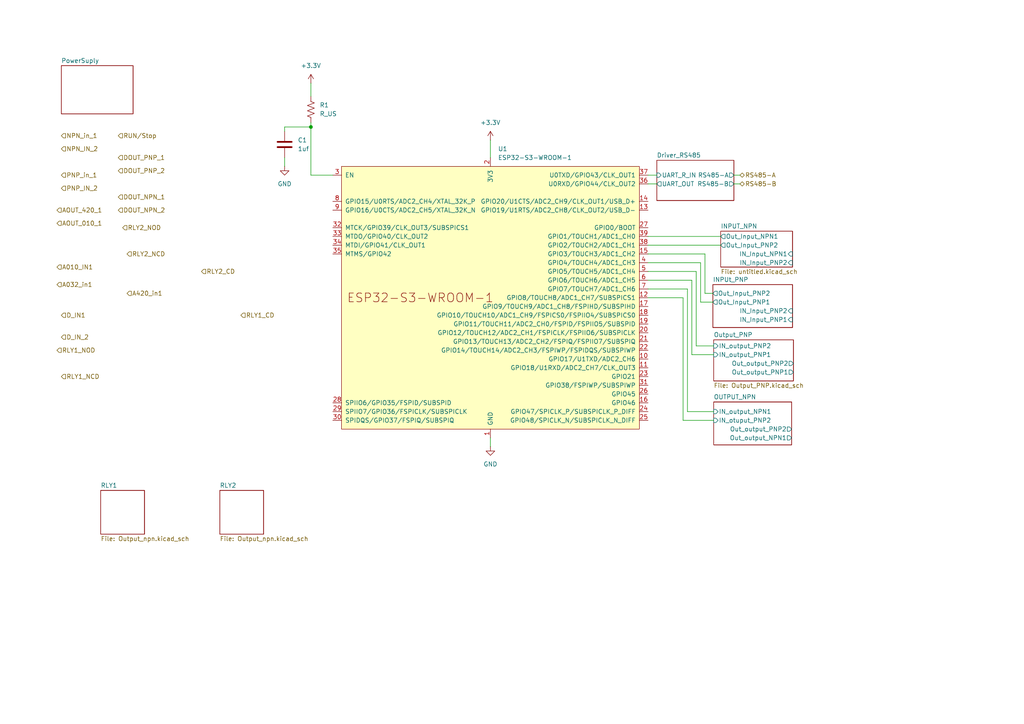
<source format=kicad_sch>
(kicad_sch
	(version 20231120)
	(generator "eeschema")
	(generator_version "8.0")
	(uuid "f979e933-804d-40be-b10f-ee25f17cf887")
	(paper "A4")
	(lib_symbols
		(symbol "Device:C"
			(pin_numbers hide)
			(pin_names
				(offset 0.254)
			)
			(exclude_from_sim no)
			(in_bom yes)
			(on_board yes)
			(property "Reference" "C"
				(at 0.635 2.54 0)
				(effects
					(font
						(size 1.27 1.27)
					)
					(justify left)
				)
			)
			(property "Value" "C"
				(at 0.635 -2.54 0)
				(effects
					(font
						(size 1.27 1.27)
					)
					(justify left)
				)
			)
			(property "Footprint" ""
				(at 0.9652 -3.81 0)
				(effects
					(font
						(size 1.27 1.27)
					)
					(hide yes)
				)
			)
			(property "Datasheet" "~"
				(at 0 0 0)
				(effects
					(font
						(size 1.27 1.27)
					)
					(hide yes)
				)
			)
			(property "Description" "Unpolarized capacitor"
				(at 0 0 0)
				(effects
					(font
						(size 1.27 1.27)
					)
					(hide yes)
				)
			)
			(property "ki_keywords" "cap capacitor"
				(at 0 0 0)
				(effects
					(font
						(size 1.27 1.27)
					)
					(hide yes)
				)
			)
			(property "ki_fp_filters" "C_*"
				(at 0 0 0)
				(effects
					(font
						(size 1.27 1.27)
					)
					(hide yes)
				)
			)
			(symbol "C_0_1"
				(polyline
					(pts
						(xy -2.032 -0.762) (xy 2.032 -0.762)
					)
					(stroke
						(width 0.508)
						(type default)
					)
					(fill
						(type none)
					)
				)
				(polyline
					(pts
						(xy -2.032 0.762) (xy 2.032 0.762)
					)
					(stroke
						(width 0.508)
						(type default)
					)
					(fill
						(type none)
					)
				)
			)
			(symbol "C_1_1"
				(pin passive line
					(at 0 3.81 270)
					(length 2.794)
					(name "~"
						(effects
							(font
								(size 1.27 1.27)
							)
						)
					)
					(number "1"
						(effects
							(font
								(size 1.27 1.27)
							)
						)
					)
				)
				(pin passive line
					(at 0 -3.81 90)
					(length 2.794)
					(name "~"
						(effects
							(font
								(size 1.27 1.27)
							)
						)
					)
					(number "2"
						(effects
							(font
								(size 1.27 1.27)
							)
						)
					)
				)
			)
		)
		(symbol "Device:R_US"
			(pin_numbers hide)
			(pin_names
				(offset 0)
			)
			(exclude_from_sim no)
			(in_bom yes)
			(on_board yes)
			(property "Reference" "R"
				(at 2.54 0 90)
				(effects
					(font
						(size 1.27 1.27)
					)
				)
			)
			(property "Value" "R_US"
				(at -2.54 0 90)
				(effects
					(font
						(size 1.27 1.27)
					)
				)
			)
			(property "Footprint" ""
				(at 1.016 -0.254 90)
				(effects
					(font
						(size 1.27 1.27)
					)
					(hide yes)
				)
			)
			(property "Datasheet" "~"
				(at 0 0 0)
				(effects
					(font
						(size 1.27 1.27)
					)
					(hide yes)
				)
			)
			(property "Description" "Resistor, US symbol"
				(at 0 0 0)
				(effects
					(font
						(size 1.27 1.27)
					)
					(hide yes)
				)
			)
			(property "ki_keywords" "R res resistor"
				(at 0 0 0)
				(effects
					(font
						(size 1.27 1.27)
					)
					(hide yes)
				)
			)
			(property "ki_fp_filters" "R_*"
				(at 0 0 0)
				(effects
					(font
						(size 1.27 1.27)
					)
					(hide yes)
				)
			)
			(symbol "R_US_0_1"
				(polyline
					(pts
						(xy 0 -2.286) (xy 0 -2.54)
					)
					(stroke
						(width 0)
						(type default)
					)
					(fill
						(type none)
					)
				)
				(polyline
					(pts
						(xy 0 2.286) (xy 0 2.54)
					)
					(stroke
						(width 0)
						(type default)
					)
					(fill
						(type none)
					)
				)
				(polyline
					(pts
						(xy 0 -0.762) (xy 1.016 -1.143) (xy 0 -1.524) (xy -1.016 -1.905) (xy 0 -2.286)
					)
					(stroke
						(width 0)
						(type default)
					)
					(fill
						(type none)
					)
				)
				(polyline
					(pts
						(xy 0 0.762) (xy 1.016 0.381) (xy 0 0) (xy -1.016 -0.381) (xy 0 -0.762)
					)
					(stroke
						(width 0)
						(type default)
					)
					(fill
						(type none)
					)
				)
				(polyline
					(pts
						(xy 0 2.286) (xy 1.016 1.905) (xy 0 1.524) (xy -1.016 1.143) (xy 0 0.762)
					)
					(stroke
						(width 0)
						(type default)
					)
					(fill
						(type none)
					)
				)
			)
			(symbol "R_US_1_1"
				(pin passive line
					(at 0 3.81 270)
					(length 1.27)
					(name "~"
						(effects
							(font
								(size 1.27 1.27)
							)
						)
					)
					(number "1"
						(effects
							(font
								(size 1.27 1.27)
							)
						)
					)
				)
				(pin passive line
					(at 0 -3.81 90)
					(length 1.27)
					(name "~"
						(effects
							(font
								(size 1.27 1.27)
							)
						)
					)
					(number "2"
						(effects
							(font
								(size 1.27 1.27)
							)
						)
					)
				)
			)
		)
		(symbol "PCM_Espressif:ESP32-S3-WROOM-1"
			(pin_names
				(offset 1.016)
			)
			(exclude_from_sim no)
			(in_bom yes)
			(on_board yes)
			(property "Reference" "U"
				(at -43.18 43.18 0)
				(effects
					(font
						(size 1.27 1.27)
					)
					(justify left)
				)
			)
			(property "Value" "ESP32-S3-WROOM-1"
				(at -43.18 40.64 0)
				(effects
					(font
						(size 1.27 1.27)
					)
					(justify left)
				)
			)
			(property "Footprint" "PCM_Espressif:ESP32-S3-WROOM-1"
				(at 2.54 -48.26 0)
				(effects
					(font
						(size 1.27 1.27)
					)
					(hide yes)
				)
			)
			(property "Datasheet" "https://www.espressif.com/sites/default/files/documentation/esp32-s3-wroom-1_wroom-1u_datasheet_en.pdf"
				(at 2.54 -50.8 0)
				(effects
					(font
						(size 1.27 1.27)
					)
					(hide yes)
				)
			)
			(property "Description" "2.4 GHz WiFi (802.11 b/g/n) and Bluetooth ® 5 (LE) module Built around ESP32S3 series of SoCs, Xtensa ® dualcore 32bit LX7 microprocessor Flash up to 16 MB, PSRAM up to 8 MB 36 GPIOs, rich set of peripherals Onboard PCB antenna"
				(at 0 0 0)
				(effects
					(font
						(size 1.27 1.27)
					)
					(hide yes)
				)
			)
			(symbol "ESP32-S3-WROOM-1_0_0"
				(text "ESP32-S3-WROOM-1"
					(at -20.32 0 0)
					(effects
						(font
							(size 2.54 2.54)
						)
					)
				)
				(pin power_in line
					(at 0 -40.64 90)
					(length 2.54)
					(name "GND"
						(effects
							(font
								(size 1.27 1.27)
							)
						)
					)
					(number "1"
						(effects
							(font
								(size 1.27 1.27)
							)
						)
					)
				)
				(pin bidirectional line
					(at 45.72 -17.78 180)
					(length 2.54)
					(name "GPIO17/U1TXD/ADC2_CH6"
						(effects
							(font
								(size 1.27 1.27)
							)
						)
					)
					(number "10"
						(effects
							(font
								(size 1.27 1.27)
							)
						)
					)
				)
				(pin bidirectional line
					(at 45.72 -20.32 180)
					(length 2.54)
					(name "GPIO18/U1RXD/ADC2_CH7/CLK_OUT3"
						(effects
							(font
								(size 1.27 1.27)
							)
						)
					)
					(number "11"
						(effects
							(font
								(size 1.27 1.27)
							)
						)
					)
				)
				(pin bidirectional line
					(at 45.72 0 180)
					(length 2.54)
					(name "GPIO8/TOUCH8/ADC1_CH7/SUBSPICS1"
						(effects
							(font
								(size 1.27 1.27)
							)
						)
					)
					(number "12"
						(effects
							(font
								(size 1.27 1.27)
							)
						)
					)
				)
				(pin bidirectional line
					(at 45.72 25.4 180)
					(length 2.54)
					(name "GPIO19/U1RTS/ADC2_CH8/CLK_OUT2/USB_D-"
						(effects
							(font
								(size 1.27 1.27)
							)
						)
					)
					(number "13"
						(effects
							(font
								(size 1.27 1.27)
							)
						)
					)
				)
				(pin bidirectional line
					(at 45.72 27.94 180)
					(length 2.54)
					(name "GPIO20/U1CTS/ADC2_CH9/CLK_OUT1/USB_D+"
						(effects
							(font
								(size 1.27 1.27)
							)
						)
					)
					(number "14"
						(effects
							(font
								(size 1.27 1.27)
							)
						)
					)
				)
				(pin bidirectional line
					(at 45.72 12.7 180)
					(length 2.54)
					(name "GPIO3/TOUCH3/ADC1_CH2"
						(effects
							(font
								(size 1.27 1.27)
							)
						)
					)
					(number "15"
						(effects
							(font
								(size 1.27 1.27)
							)
						)
					)
				)
				(pin bidirectional line
					(at 45.72 -30.48 180)
					(length 2.54)
					(name "GPIO46"
						(effects
							(font
								(size 1.27 1.27)
							)
						)
					)
					(number "16"
						(effects
							(font
								(size 1.27 1.27)
							)
						)
					)
				)
				(pin bidirectional line
					(at 45.72 -2.54 180)
					(length 2.54)
					(name "GPIO9/TOUCH9/ADC1_CH8/FSPIHD/SUBSPIHD"
						(effects
							(font
								(size 1.27 1.27)
							)
						)
					)
					(number "17"
						(effects
							(font
								(size 1.27 1.27)
							)
						)
					)
				)
				(pin bidirectional line
					(at 45.72 -5.08 180)
					(length 2.54)
					(name "GPIO10/TOUCH10/ADC1_CH9/FSPICS0/FSPIIO4/SUBSPICS0"
						(effects
							(font
								(size 1.27 1.27)
							)
						)
					)
					(number "18"
						(effects
							(font
								(size 1.27 1.27)
							)
						)
					)
				)
				(pin bidirectional line
					(at 45.72 -7.62 180)
					(length 2.54)
					(name "GPIO11/TOUCH11/ADC2_CH0/FSPID/FSPIIO5/SUBSPID"
						(effects
							(font
								(size 1.27 1.27)
							)
						)
					)
					(number "19"
						(effects
							(font
								(size 1.27 1.27)
							)
						)
					)
				)
				(pin power_in line
					(at 0 40.64 270)
					(length 2.54)
					(name "3V3"
						(effects
							(font
								(size 1.27 1.27)
							)
						)
					)
					(number "2"
						(effects
							(font
								(size 1.27 1.27)
							)
						)
					)
				)
				(pin bidirectional line
					(at 45.72 -10.16 180)
					(length 2.54)
					(name "GPIO12/TOUCH12/ADC2_CH1/FSPICLK/FSPIIO6/SUBSPICLK"
						(effects
							(font
								(size 1.27 1.27)
							)
						)
					)
					(number "20"
						(effects
							(font
								(size 1.27 1.27)
							)
						)
					)
				)
				(pin bidirectional line
					(at 45.72 -12.7 180)
					(length 2.54)
					(name "GPIO13/TOUCH13/ADC2_CH2/FSPIQ/FSPIIO7/SUBSPIQ"
						(effects
							(font
								(size 1.27 1.27)
							)
						)
					)
					(number "21"
						(effects
							(font
								(size 1.27 1.27)
							)
						)
					)
				)
				(pin bidirectional line
					(at 45.72 -15.24 180)
					(length 2.54)
					(name "GPIO14/TOUCH14/ADC2_CH3/FSPIWP/FSPIDQS/SUBSPIWP"
						(effects
							(font
								(size 1.27 1.27)
							)
						)
					)
					(number "22"
						(effects
							(font
								(size 1.27 1.27)
							)
						)
					)
				)
				(pin bidirectional line
					(at 45.72 -22.86 180)
					(length 2.54)
					(name "GPIO21"
						(effects
							(font
								(size 1.27 1.27)
							)
						)
					)
					(number "23"
						(effects
							(font
								(size 1.27 1.27)
							)
						)
					)
				)
				(pin bidirectional line
					(at 45.72 -33.02 180)
					(length 2.54)
					(name "GPIO47/SPICLK_P/SUBSPICLK_P_DIFF"
						(effects
							(font
								(size 1.27 1.27)
							)
						)
					)
					(number "24"
						(effects
							(font
								(size 1.27 1.27)
							)
						)
					)
				)
				(pin bidirectional line
					(at 45.72 -35.56 180)
					(length 2.54)
					(name "GPIO48/SPICLK_N/SUBSPICLK_N_DIFF"
						(effects
							(font
								(size 1.27 1.27)
							)
						)
					)
					(number "25"
						(effects
							(font
								(size 1.27 1.27)
							)
						)
					)
				)
				(pin bidirectional line
					(at 45.72 -27.94 180)
					(length 2.54)
					(name "GPIO45"
						(effects
							(font
								(size 1.27 1.27)
							)
						)
					)
					(number "26"
						(effects
							(font
								(size 1.27 1.27)
							)
						)
					)
				)
				(pin bidirectional line
					(at 45.72 20.32 180)
					(length 2.54)
					(name "GPIO0/BOOT"
						(effects
							(font
								(size 1.27 1.27)
							)
						)
					)
					(number "27"
						(effects
							(font
								(size 1.27 1.27)
							)
						)
					)
				)
				(pin bidirectional line
					(at -45.72 -30.48 0)
					(length 2.54)
					(name "SPIIO6/GPIO35/FSPID/SUBSPID"
						(effects
							(font
								(size 1.27 1.27)
							)
						)
					)
					(number "28"
						(effects
							(font
								(size 1.27 1.27)
							)
						)
					)
				)
				(pin bidirectional line
					(at -45.72 -33.02 0)
					(length 2.54)
					(name "SPIIO7/GPIO36/FSPICLK/SUBSPICLK"
						(effects
							(font
								(size 1.27 1.27)
							)
						)
					)
					(number "29"
						(effects
							(font
								(size 1.27 1.27)
							)
						)
					)
				)
				(pin input line
					(at -45.72 35.56 0)
					(length 2.54)
					(name "EN"
						(effects
							(font
								(size 1.27 1.27)
							)
						)
					)
					(number "3"
						(effects
							(font
								(size 1.27 1.27)
							)
						)
					)
				)
				(pin bidirectional line
					(at -45.72 -35.56 0)
					(length 2.54)
					(name "SPIDQS/GPIO37/FSPIQ/SUBSPIQ"
						(effects
							(font
								(size 1.27 1.27)
							)
						)
					)
					(number "30"
						(effects
							(font
								(size 1.27 1.27)
							)
						)
					)
				)
				(pin bidirectional line
					(at 45.72 -25.4 180)
					(length 2.54)
					(name "GPIO38/FSPIWP/SUBSPIWP"
						(effects
							(font
								(size 1.27 1.27)
							)
						)
					)
					(number "31"
						(effects
							(font
								(size 1.27 1.27)
							)
						)
					)
				)
				(pin bidirectional line
					(at -45.72 20.32 0)
					(length 2.54)
					(name "MTCK/GPIO39/CLK_OUT3/SUBSPICS1"
						(effects
							(font
								(size 1.27 1.27)
							)
						)
					)
					(number "32"
						(effects
							(font
								(size 1.27 1.27)
							)
						)
					)
				)
				(pin bidirectional line
					(at -45.72 17.78 0)
					(length 2.54)
					(name "MTDO/GPIO40/CLK_OUT2"
						(effects
							(font
								(size 1.27 1.27)
							)
						)
					)
					(number "33"
						(effects
							(font
								(size 1.27 1.27)
							)
						)
					)
				)
				(pin bidirectional line
					(at -45.72 15.24 0)
					(length 2.54)
					(name "MTDI/GPIO41/CLK_OUT1"
						(effects
							(font
								(size 1.27 1.27)
							)
						)
					)
					(number "34"
						(effects
							(font
								(size 1.27 1.27)
							)
						)
					)
				)
				(pin bidirectional line
					(at -45.72 12.7 0)
					(length 2.54)
					(name "MTMS/GPIO42"
						(effects
							(font
								(size 1.27 1.27)
							)
						)
					)
					(number "35"
						(effects
							(font
								(size 1.27 1.27)
							)
						)
					)
				)
				(pin bidirectional line
					(at 45.72 33.02 180)
					(length 2.54)
					(name "U0RXD/GPIO44/CLK_OUT2"
						(effects
							(font
								(size 1.27 1.27)
							)
						)
					)
					(number "36"
						(effects
							(font
								(size 1.27 1.27)
							)
						)
					)
				)
				(pin bidirectional line
					(at 45.72 35.56 180)
					(length 2.54)
					(name "U0TXD/GPIO43/CLK_OUT1"
						(effects
							(font
								(size 1.27 1.27)
							)
						)
					)
					(number "37"
						(effects
							(font
								(size 1.27 1.27)
							)
						)
					)
				)
				(pin bidirectional line
					(at 45.72 15.24 180)
					(length 2.54)
					(name "GPIO2/TOUCH2/ADC1_CH1"
						(effects
							(font
								(size 1.27 1.27)
							)
						)
					)
					(number "38"
						(effects
							(font
								(size 1.27 1.27)
							)
						)
					)
				)
				(pin bidirectional line
					(at 45.72 17.78 180)
					(length 2.54)
					(name "GPIO1/TOUCH1/ADC1_CH0"
						(effects
							(font
								(size 1.27 1.27)
							)
						)
					)
					(number "39"
						(effects
							(font
								(size 1.27 1.27)
							)
						)
					)
				)
				(pin bidirectional line
					(at 45.72 10.16 180)
					(length 2.54)
					(name "GPIO4/TOUCH4/ADC1_CH3"
						(effects
							(font
								(size 1.27 1.27)
							)
						)
					)
					(number "4"
						(effects
							(font
								(size 1.27 1.27)
							)
						)
					)
				)
				(pin passive line
					(at 0 -40.64 90)
					(length 2.54) hide
					(name "GND"
						(effects
							(font
								(size 1.27 1.27)
							)
						)
					)
					(number "40"
						(effects
							(font
								(size 1.27 1.27)
							)
						)
					)
				)
				(pin passive line
					(at 0 -40.64 90)
					(length 2.54) hide
					(name "GND"
						(effects
							(font
								(size 1.27 1.27)
							)
						)
					)
					(number "41"
						(effects
							(font
								(size 1.27 1.27)
							)
						)
					)
				)
				(pin bidirectional line
					(at 45.72 7.62 180)
					(length 2.54)
					(name "GPIO5/TOUCH5/ADC1_CH4"
						(effects
							(font
								(size 1.27 1.27)
							)
						)
					)
					(number "5"
						(effects
							(font
								(size 1.27 1.27)
							)
						)
					)
				)
				(pin bidirectional line
					(at 45.72 5.08 180)
					(length 2.54)
					(name "GPIO6/TOUCH6/ADC1_CH5"
						(effects
							(font
								(size 1.27 1.27)
							)
						)
					)
					(number "6"
						(effects
							(font
								(size 1.27 1.27)
							)
						)
					)
				)
				(pin bidirectional line
					(at 45.72 2.54 180)
					(length 2.54)
					(name "GPIO7/TOUCH7/ADC1_CH6"
						(effects
							(font
								(size 1.27 1.27)
							)
						)
					)
					(number "7"
						(effects
							(font
								(size 1.27 1.27)
							)
						)
					)
				)
				(pin bidirectional line
					(at -45.72 27.94 0)
					(length 2.54)
					(name "GPIO15/U0RTS/ADC2_CH4/XTAL_32K_P"
						(effects
							(font
								(size 1.27 1.27)
							)
						)
					)
					(number "8"
						(effects
							(font
								(size 1.27 1.27)
							)
						)
					)
				)
				(pin bidirectional line
					(at -45.72 25.4 0)
					(length 2.54)
					(name "GPIO16/U0CTS/ADC2_CH5/XTAL_32K_N"
						(effects
							(font
								(size 1.27 1.27)
							)
						)
					)
					(number "9"
						(effects
							(font
								(size 1.27 1.27)
							)
						)
					)
				)
			)
			(symbol "ESP32-S3-WROOM-1_0_1"
				(rectangle
					(start -43.18 38.1)
					(end 43.18 -38.1)
					(stroke
						(width 0)
						(type default)
					)
					(fill
						(type background)
					)
				)
			)
		)
		(symbol "power:+3.3V"
			(power)
			(pin_numbers hide)
			(pin_names
				(offset 0) hide)
			(exclude_from_sim no)
			(in_bom yes)
			(on_board yes)
			(property "Reference" "#PWR"
				(at 0 -3.81 0)
				(effects
					(font
						(size 1.27 1.27)
					)
					(hide yes)
				)
			)
			(property "Value" "+3.3V"
				(at 0 3.556 0)
				(effects
					(font
						(size 1.27 1.27)
					)
				)
			)
			(property "Footprint" ""
				(at 0 0 0)
				(effects
					(font
						(size 1.27 1.27)
					)
					(hide yes)
				)
			)
			(property "Datasheet" ""
				(at 0 0 0)
				(effects
					(font
						(size 1.27 1.27)
					)
					(hide yes)
				)
			)
			(property "Description" "Power symbol creates a global label with name \"+3.3V\""
				(at 0 0 0)
				(effects
					(font
						(size 1.27 1.27)
					)
					(hide yes)
				)
			)
			(property "ki_keywords" "global power"
				(at 0 0 0)
				(effects
					(font
						(size 1.27 1.27)
					)
					(hide yes)
				)
			)
			(symbol "+3.3V_0_1"
				(polyline
					(pts
						(xy -0.762 1.27) (xy 0 2.54)
					)
					(stroke
						(width 0)
						(type default)
					)
					(fill
						(type none)
					)
				)
				(polyline
					(pts
						(xy 0 0) (xy 0 2.54)
					)
					(stroke
						(width 0)
						(type default)
					)
					(fill
						(type none)
					)
				)
				(polyline
					(pts
						(xy 0 2.54) (xy 0.762 1.27)
					)
					(stroke
						(width 0)
						(type default)
					)
					(fill
						(type none)
					)
				)
			)
			(symbol "+3.3V_1_1"
				(pin power_in line
					(at 0 0 90)
					(length 0)
					(name "~"
						(effects
							(font
								(size 1.27 1.27)
							)
						)
					)
					(number "1"
						(effects
							(font
								(size 1.27 1.27)
							)
						)
					)
				)
			)
		)
		(symbol "power:GND"
			(power)
			(pin_numbers hide)
			(pin_names
				(offset 0) hide)
			(exclude_from_sim no)
			(in_bom yes)
			(on_board yes)
			(property "Reference" "#PWR"
				(at 0 -6.35 0)
				(effects
					(font
						(size 1.27 1.27)
					)
					(hide yes)
				)
			)
			(property "Value" "GND"
				(at 0 -3.81 0)
				(effects
					(font
						(size 1.27 1.27)
					)
				)
			)
			(property "Footprint" ""
				(at 0 0 0)
				(effects
					(font
						(size 1.27 1.27)
					)
					(hide yes)
				)
			)
			(property "Datasheet" ""
				(at 0 0 0)
				(effects
					(font
						(size 1.27 1.27)
					)
					(hide yes)
				)
			)
			(property "Description" "Power symbol creates a global label with name \"GND\" , ground"
				(at 0 0 0)
				(effects
					(font
						(size 1.27 1.27)
					)
					(hide yes)
				)
			)
			(property "ki_keywords" "global power"
				(at 0 0 0)
				(effects
					(font
						(size 1.27 1.27)
					)
					(hide yes)
				)
			)
			(symbol "GND_0_1"
				(polyline
					(pts
						(xy 0 0) (xy 0 -1.27) (xy 1.27 -1.27) (xy 0 -2.54) (xy -1.27 -1.27) (xy 0 -1.27)
					)
					(stroke
						(width 0)
						(type default)
					)
					(fill
						(type none)
					)
				)
			)
			(symbol "GND_1_1"
				(pin power_in line
					(at 0 0 270)
					(length 0)
					(name "~"
						(effects
							(font
								(size 1.27 1.27)
							)
						)
					)
					(number "1"
						(effects
							(font
								(size 1.27 1.27)
							)
						)
					)
				)
			)
		)
	)
	(junction
		(at 90.17 36.83)
		(diameter 0)
		(color 0 0 0 0)
		(uuid "92f514a4-2700-44dd-ba32-fb15d5410bf5")
	)
	(wire
		(pts
			(xy 207.01 121.92) (xy 198.12 121.92)
		)
		(stroke
			(width 0)
			(type default)
		)
		(uuid "0752ceef-2536-4452-b0a8-44496a90c2a8")
	)
	(wire
		(pts
			(xy 204.47 85.09) (xy 206.756 85.09)
		)
		(stroke
			(width 0)
			(type default)
		)
		(uuid "0f511ff7-efec-4321-942b-a6274760744a")
	)
	(wire
		(pts
			(xy 187.96 83.82) (xy 199.39 83.82)
		)
		(stroke
			(width 0)
			(type default)
		)
		(uuid "1922a629-7c2e-4083-8727-07524c06a8f1")
	)
	(wire
		(pts
			(xy 200.66 102.87) (xy 200.66 81.28)
		)
		(stroke
			(width 0)
			(type default)
		)
		(uuid "2781d7a4-b22d-44b0-9562-21274095d02f")
	)
	(wire
		(pts
			(xy 90.17 36.83) (xy 82.55 36.83)
		)
		(stroke
			(width 0)
			(type default)
		)
		(uuid "318da6d4-a220-4367-8d3a-e21822e3f5ae")
	)
	(wire
		(pts
			(xy 201.93 78.74) (xy 187.96 78.74)
		)
		(stroke
			(width 0)
			(type default)
		)
		(uuid "3341c7d3-63f8-4f46-a55d-d0537126f584")
	)
	(wire
		(pts
			(xy 187.96 71.12) (xy 209.042 71.12)
		)
		(stroke
			(width 0)
			(type default)
		)
		(uuid "335bc77d-8ad8-4ab9-8a7c-7eed65b16efa")
	)
	(wire
		(pts
			(xy 204.47 73.66) (xy 204.47 85.09)
		)
		(stroke
			(width 0)
			(type default)
		)
		(uuid "33cdc55c-d52b-417d-a8db-cc61f2a06d28")
	)
	(wire
		(pts
			(xy 203.2 76.2) (xy 203.2 87.63)
		)
		(stroke
			(width 0)
			(type default)
		)
		(uuid "38d7d26b-c0b1-4b0f-a0bd-c84f6125859e")
	)
	(wire
		(pts
			(xy 198.12 121.92) (xy 198.12 86.36)
		)
		(stroke
			(width 0)
			(type default)
		)
		(uuid "4826f211-1417-491e-896e-e913a8f06f7b")
	)
	(wire
		(pts
			(xy 203.2 87.63) (xy 206.756 87.63)
		)
		(stroke
			(width 0)
			(type default)
		)
		(uuid "4ad9c040-2dc8-482b-80c7-dee60ba7b9c4")
	)
	(wire
		(pts
			(xy 142.24 127) (xy 142.24 129.54)
		)
		(stroke
			(width 0)
			(type default)
		)
		(uuid "4eb08ed6-8c24-4c4d-baed-773f9ff4d738")
	)
	(wire
		(pts
			(xy 207.01 102.87) (xy 200.66 102.87)
		)
		(stroke
			(width 0)
			(type default)
		)
		(uuid "567b0e39-f591-4d54-b845-764ee36a7456")
	)
	(wire
		(pts
			(xy 82.55 36.83) (xy 82.55 38.1)
		)
		(stroke
			(width 0)
			(type default)
		)
		(uuid "64eeb8f7-c862-49d1-8b1c-6969e5f82efd")
	)
	(wire
		(pts
			(xy 212.852 50.8) (xy 214.63 50.8)
		)
		(stroke
			(width 0)
			(type default)
		)
		(uuid "65ab1abd-72a3-4082-a7a1-27eb1c94ba87")
	)
	(wire
		(pts
			(xy 96.52 50.8) (xy 90.17 50.8)
		)
		(stroke
			(width 0)
			(type default)
		)
		(uuid "77e6897a-2f03-4283-bc66-2dbfa07cfd2d")
	)
	(wire
		(pts
			(xy 198.12 86.36) (xy 187.96 86.36)
		)
		(stroke
			(width 0)
			(type default)
		)
		(uuid "7a47d2a6-f1b1-4986-a66f-7868b17398aa")
	)
	(wire
		(pts
			(xy 90.17 35.56) (xy 90.17 36.83)
		)
		(stroke
			(width 0)
			(type default)
		)
		(uuid "7d319066-2b07-43b0-a884-349d6c60acd3")
	)
	(wire
		(pts
			(xy 212.852 53.34) (xy 214.63 53.34)
		)
		(stroke
			(width 0)
			(type default)
		)
		(uuid "86886382-c4d0-464e-8441-48e0e1a228bc")
	)
	(wire
		(pts
			(xy 201.93 100.33) (xy 201.93 78.74)
		)
		(stroke
			(width 0)
			(type default)
		)
		(uuid "8e1b3e5f-2ee3-4117-96a7-061a58aa7bcd")
	)
	(wire
		(pts
			(xy 187.96 50.8) (xy 190.5 50.8)
		)
		(stroke
			(width 0)
			(type default)
		)
		(uuid "90aa7146-03f4-4abc-8dfa-ae4f7c858fb4")
	)
	(wire
		(pts
			(xy 82.55 45.72) (xy 82.55 48.26)
		)
		(stroke
			(width 0)
			(type default)
		)
		(uuid "90cb5f8e-67f3-4109-99d6-3b2069636bec")
	)
	(wire
		(pts
			(xy 90.17 24.13) (xy 90.17 27.94)
		)
		(stroke
			(width 0)
			(type default)
		)
		(uuid "90fbefb4-f8bc-4089-91cd-01fa0ad525ea")
	)
	(wire
		(pts
			(xy 90.17 36.83) (xy 90.17 50.8)
		)
		(stroke
			(width 0)
			(type default)
		)
		(uuid "92932897-a7a2-44ca-8506-f039003d3479")
	)
	(wire
		(pts
			(xy 200.66 81.28) (xy 187.96 81.28)
		)
		(stroke
			(width 0)
			(type default)
		)
		(uuid "a1102e61-5e35-49dc-af1d-7edaf627cacd")
	)
	(wire
		(pts
			(xy 187.96 73.66) (xy 204.47 73.66)
		)
		(stroke
			(width 0)
			(type default)
		)
		(uuid "a8fe78b6-d8dd-46e2-8d4d-f573b6ec5814")
	)
	(wire
		(pts
			(xy 187.96 68.58) (xy 209.042 68.58)
		)
		(stroke
			(width 0)
			(type default)
		)
		(uuid "aa3edca7-c2b5-42b6-b085-e09b29b37e14")
	)
	(wire
		(pts
			(xy 207.01 100.33) (xy 201.93 100.33)
		)
		(stroke
			(width 0)
			(type default)
		)
		(uuid "aa615fab-590b-4cec-ba06-88e68bb8a5f0")
	)
	(wire
		(pts
			(xy 187.96 53.34) (xy 190.5 53.34)
		)
		(stroke
			(width 0)
			(type default)
		)
		(uuid "b90fdd3b-741e-41e3-854b-4b3b429e0188")
	)
	(wire
		(pts
			(xy 199.39 83.82) (xy 199.39 119.38)
		)
		(stroke
			(width 0)
			(type default)
		)
		(uuid "e2c4b174-4675-4c23-a0b9-9a4fb7d6e769")
	)
	(wire
		(pts
			(xy 187.96 76.2) (xy 203.2 76.2)
		)
		(stroke
			(width 0)
			(type default)
		)
		(uuid "ecc92084-ab38-4283-9859-adbd2edcc4f8")
	)
	(wire
		(pts
			(xy 142.24 40.64) (xy 142.24 45.72)
		)
		(stroke
			(width 0)
			(type default)
		)
		(uuid "f61dc268-1fae-4d62-aa55-74c9e86fdfc8")
	)
	(wire
		(pts
			(xy 199.39 119.38) (xy 207.01 119.38)
		)
		(stroke
			(width 0)
			(type default)
		)
		(uuid "f89f9cf8-7d3f-4346-bc69-5feea7474e38")
	)
	(hierarchical_label "RLY2_NOD"
		(shape input)
		(at 35.56 66.04 0)
		(fields_autoplaced yes)
		(effects
			(font
				(size 1.27 1.27)
			)
			(justify left)
		)
		(uuid "099ac942-290a-4a68-814d-dc8dbba99426")
	)
	(hierarchical_label "NPN_IN_2"
		(shape input)
		(at 17.78 43.18 0)
		(fields_autoplaced yes)
		(effects
			(font
				(size 1.27 1.27)
			)
			(justify left)
		)
		(uuid "1ee5c69a-b015-41df-be59-8ddc6d85a615")
	)
	(hierarchical_label "PNP_in_1"
		(shape input)
		(at 17.78 50.8 0)
		(fields_autoplaced yes)
		(effects
			(font
				(size 1.27 1.27)
			)
			(justify left)
		)
		(uuid "20c03749-a70a-4443-b948-2e8edae2217b")
	)
	(hierarchical_label "AOUT_420_1"
		(shape input)
		(at 16.51 60.96 0)
		(fields_autoplaced yes)
		(effects
			(font
				(size 1.27 1.27)
			)
			(justify left)
		)
		(uuid "392037da-b333-43c2-94ba-2a4c592923d9")
	)
	(hierarchical_label "RLY1_NOD"
		(shape input)
		(at 16.51 101.6 0)
		(fields_autoplaced yes)
		(effects
			(font
				(size 1.27 1.27)
			)
			(justify left)
		)
		(uuid "3dca6143-7f21-4a49-9de0-4f37b244daec")
	)
	(hierarchical_label "DOUT_NPN_2"
		(shape input)
		(at 34.29 60.96 0)
		(fields_autoplaced yes)
		(effects
			(font
				(size 1.27 1.27)
			)
			(justify left)
		)
		(uuid "3f4bbd3e-9ad0-4261-9aa3-062375993cf8")
	)
	(hierarchical_label "A420_in1"
		(shape input)
		(at 36.83 85.09 0)
		(fields_autoplaced yes)
		(effects
			(font
				(size 1.27 1.27)
			)
			(justify left)
		)
		(uuid "43fedcf7-2aa7-41e9-b487-fd9a12595414")
	)
	(hierarchical_label "A010_IN1"
		(shape input)
		(at 16.51 77.47 0)
		(fields_autoplaced yes)
		(effects
			(font
				(size 1.27 1.27)
			)
			(justify left)
		)
		(uuid "48a9a51a-5fde-400d-8fe7-1c26b9f62bbb")
	)
	(hierarchical_label "PNP_IN_2"
		(shape input)
		(at 17.78 54.61 0)
		(fields_autoplaced yes)
		(effects
			(font
				(size 1.27 1.27)
			)
			(justify left)
		)
		(uuid "50463eae-b867-4d69-9683-9a69d7adc745")
	)
	(hierarchical_label "RLY1_CD"
		(shape input)
		(at 69.85 91.44 0)
		(fields_autoplaced yes)
		(effects
			(font
				(size 1.27 1.27)
			)
			(justify left)
		)
		(uuid "582b1dd8-c9a8-4097-8efc-ef8226e36526")
	)
	(hierarchical_label "AOUT_010_1"
		(shape input)
		(at 16.51 64.77 0)
		(fields_autoplaced yes)
		(effects
			(font
				(size 1.27 1.27)
			)
			(justify left)
		)
		(uuid "5e1d91ae-0a93-4e69-aa8f-118fcc17a1cd")
	)
	(hierarchical_label "RLY2_NCD"
		(shape input)
		(at 36.83 73.66 0)
		(fields_autoplaced yes)
		(effects
			(font
				(size 1.27 1.27)
			)
			(justify left)
		)
		(uuid "70e393c0-3f85-4ff7-a695-6c3f82ed9a74")
	)
	(hierarchical_label "DOUT_PNP_1"
		(shape input)
		(at 34.29 45.72 0)
		(fields_autoplaced yes)
		(effects
			(font
				(size 1.27 1.27)
			)
			(justify left)
		)
		(uuid "7b1637be-bb42-4f9d-a8ca-65cba31dd700")
	)
	(hierarchical_label "RLY2_CD"
		(shape input)
		(at 58.42 78.74 0)
		(fields_autoplaced yes)
		(effects
			(font
				(size 1.27 1.27)
			)
			(justify left)
		)
		(uuid "7b6a6679-e39c-4953-bf2e-388a44510923")
	)
	(hierarchical_label "NPN_in_1"
		(shape input)
		(at 17.78 39.37 0)
		(fields_autoplaced yes)
		(effects
			(font
				(size 1.27 1.27)
			)
			(justify left)
		)
		(uuid "93989989-bb95-4029-88cf-87f0ea820de4")
	)
	(hierarchical_label "DOUT_NPN_1"
		(shape input)
		(at 34.29 57.15 0)
		(fields_autoplaced yes)
		(effects
			(font
				(size 1.27 1.27)
			)
			(justify left)
		)
		(uuid "a5f5c4ae-e0ed-4603-ae1d-9f5e0fbc62aa")
	)
	(hierarchical_label "D_IN_2"
		(shape input)
		(at 17.78 97.79 0)
		(fields_autoplaced yes)
		(effects
			(font
				(size 1.27 1.27)
			)
			(justify left)
		)
		(uuid "b7f2e79f-34e4-4b89-97bc-821937adc99e")
	)
	(hierarchical_label "RS485-B"
		(shape bidirectional)
		(at 214.63 53.34 0)
		(fields_autoplaced yes)
		(effects
			(font
				(size 1.27 1.27)
			)
			(justify left)
		)
		(uuid "c15842f1-35db-4a82-97d9-eccbebaad8cd")
	)
	(hierarchical_label "RS485-A"
		(shape bidirectional)
		(at 214.63 50.8 0)
		(fields_autoplaced yes)
		(effects
			(font
				(size 1.27 1.27)
			)
			(justify left)
		)
		(uuid "cf7f089c-fcd0-485e-8f81-c679301c98bf")
	)
	(hierarchical_label "RLY1_NCD"
		(shape input)
		(at 17.78 109.22 0)
		(fields_autoplaced yes)
		(effects
			(font
				(size 1.27 1.27)
			)
			(justify left)
		)
		(uuid "ddb64c92-1289-4d4a-acdc-50917926cbb6")
	)
	(hierarchical_label "DOUT_PNP_2"
		(shape input)
		(at 34.29 49.53 0)
		(fields_autoplaced yes)
		(effects
			(font
				(size 1.27 1.27)
			)
			(justify left)
		)
		(uuid "df395101-a4bb-4689-bcae-73fd8669f71a")
	)
	(hierarchical_label "A032_in1"
		(shape input)
		(at 16.51 82.55 0)
		(fields_autoplaced yes)
		(effects
			(font
				(size 1.27 1.27)
			)
			(justify left)
		)
		(uuid "e0260041-d159-4385-b8e4-625e9e26e56c")
	)
	(hierarchical_label "RUN{slash}Stop"
		(shape input)
		(at 34.29 39.37 0)
		(fields_autoplaced yes)
		(effects
			(font
				(size 1.27 1.27)
			)
			(justify left)
		)
		(uuid "e1bf6dbe-7e91-46a3-a230-70700fa86de0")
	)
	(hierarchical_label "D_IN1"
		(shape input)
		(at 17.78 91.44 0)
		(fields_autoplaced yes)
		(effects
			(font
				(size 1.27 1.27)
			)
			(justify left)
		)
		(uuid "e7b94e43-f41e-4f79-8412-ee8ef7f4dda8")
	)
	(symbol
		(lib_id "power:GND")
		(at 142.24 129.54 0)
		(unit 1)
		(exclude_from_sim no)
		(in_bom yes)
		(on_board yes)
		(dnp no)
		(fields_autoplaced yes)
		(uuid "12357805-08da-4c93-a161-45b1ad7ccbe0")
		(property "Reference" "#PWR09"
			(at 142.24 135.89 0)
			(effects
				(font
					(size 1.27 1.27)
				)
				(hide yes)
			)
		)
		(property "Value" "GND"
			(at 142.24 134.62 0)
			(effects
				(font
					(size 1.27 1.27)
				)
			)
		)
		(property "Footprint" ""
			(at 142.24 129.54 0)
			(effects
				(font
					(size 1.27 1.27)
				)
				(hide yes)
			)
		)
		(property "Datasheet" ""
			(at 142.24 129.54 0)
			(effects
				(font
					(size 1.27 1.27)
				)
				(hide yes)
			)
		)
		(property "Description" "Power symbol creates a global label with name \"GND\" , ground"
			(at 142.24 129.54 0)
			(effects
				(font
					(size 1.27 1.27)
				)
				(hide yes)
			)
		)
		(pin "1"
			(uuid "44c7efe3-80d9-4141-aa55-95d4cdd2e197")
		)
		(instances
			(project "ZorionX-Nivara"
				(path "/ae5c9891-8291-492e-8a61-8ac340267b67/d47eca49-96e4-4138-8979-47bb60019f67"
					(reference "#PWR09")
					(unit 1)
				)
			)
		)
	)
	(symbol
		(lib_id "power:+3.3V")
		(at 90.17 24.13 0)
		(unit 1)
		(exclude_from_sim no)
		(in_bom yes)
		(on_board yes)
		(dnp no)
		(fields_autoplaced yes)
		(uuid "22fe7abc-e48d-44e1-870c-a48a816f90a2")
		(property "Reference" "#PWR010"
			(at 90.17 27.94 0)
			(effects
				(font
					(size 1.27 1.27)
				)
				(hide yes)
			)
		)
		(property "Value" "+3.3V"
			(at 90.17 19.05 0)
			(effects
				(font
					(size 1.27 1.27)
				)
			)
		)
		(property "Footprint" ""
			(at 90.17 24.13 0)
			(effects
				(font
					(size 1.27 1.27)
				)
				(hide yes)
			)
		)
		(property "Datasheet" ""
			(at 90.17 24.13 0)
			(effects
				(font
					(size 1.27 1.27)
				)
				(hide yes)
			)
		)
		(property "Description" "Power symbol creates a global label with name \"+3.3V\""
			(at 90.17 24.13 0)
			(effects
				(font
					(size 1.27 1.27)
				)
				(hide yes)
			)
		)
		(pin "1"
			(uuid "f1ae7bda-946d-4485-abaa-16987d02c3ea")
		)
		(instances
			(project "ZorionX-Nivara"
				(path "/ae5c9891-8291-492e-8a61-8ac340267b67/d47eca49-96e4-4138-8979-47bb60019f67"
					(reference "#PWR010")
					(unit 1)
				)
			)
		)
	)
	(symbol
		(lib_id "Device:C")
		(at 82.55 41.91 0)
		(unit 1)
		(exclude_from_sim no)
		(in_bom yes)
		(on_board yes)
		(dnp no)
		(fields_autoplaced yes)
		(uuid "663c4117-0184-404c-9064-d3a4bd0d3e18")
		(property "Reference" "C1"
			(at 86.36 40.6399 0)
			(effects
				(font
					(size 1.27 1.27)
				)
				(justify left)
			)
		)
		(property "Value" "1uf"
			(at 86.36 43.1799 0)
			(effects
				(font
					(size 1.27 1.27)
				)
				(justify left)
			)
		)
		(property "Footprint" "Capacitor_SMD:C_0603_1608Metric"
			(at 83.5152 45.72 0)
			(effects
				(font
					(size 1.27 1.27)
				)
				(hide yes)
			)
		)
		(property "Datasheet" "~"
			(at 82.55 41.91 0)
			(effects
				(font
					(size 1.27 1.27)
				)
				(hide yes)
			)
		)
		(property "Description" "Unpolarized capacitor"
			(at 82.55 41.91 0)
			(effects
				(font
					(size 1.27 1.27)
				)
				(hide yes)
			)
		)
		(pin "2"
			(uuid "2c6fb08c-7e3b-4d30-9a21-82d0e8b898f9")
		)
		(pin "1"
			(uuid "59899a28-82c2-43f2-bdba-722982efeb35")
		)
		(instances
			(project "ZorionX-Nivara"
				(path "/ae5c9891-8291-492e-8a61-8ac340267b67/d47eca49-96e4-4138-8979-47bb60019f67"
					(reference "C1")
					(unit 1)
				)
			)
		)
	)
	(symbol
		(lib_id "PCM_Espressif:ESP32-S3-WROOM-1")
		(at 142.24 86.36 0)
		(unit 1)
		(exclude_from_sim no)
		(in_bom yes)
		(on_board yes)
		(dnp no)
		(fields_autoplaced yes)
		(uuid "67df8ad4-66be-40a8-ba61-f682b78fbc67")
		(property "Reference" "U1"
			(at 144.4341 43.18 0)
			(effects
				(font
					(size 1.27 1.27)
				)
				(justify left)
			)
		)
		(property "Value" "ESP32-S3-WROOM-1"
			(at 144.4341 45.72 0)
			(effects
				(font
					(size 1.27 1.27)
				)
				(justify left)
			)
		)
		(property "Footprint" "PCM_Espressif:ESP32-S3-WROOM-1"
			(at 144.78 134.62 0)
			(effects
				(font
					(size 1.27 1.27)
				)
				(hide yes)
			)
		)
		(property "Datasheet" "https://www.espressif.com/sites/default/files/documentation/esp32-s3-wroom-1_wroom-1u_datasheet_en.pdf"
			(at 144.78 137.16 0)
			(effects
				(font
					(size 1.27 1.27)
				)
				(hide yes)
			)
		)
		(property "Description" "2.4 GHz WiFi (802.11 b/g/n) and Bluetooth ® 5 (LE) module Built around ESP32S3 series of SoCs, Xtensa ® dualcore 32bit LX7 microprocessor Flash up to 16 MB, PSRAM up to 8 MB 36 GPIOs, rich set of peripherals Onboard PCB antenna"
			(at 142.24 86.36 0)
			(effects
				(font
					(size 1.27 1.27)
				)
				(hide yes)
			)
		)
		(pin "21"
			(uuid "cc9ffeed-a251-40b7-a994-9195ea9f5f9f")
		)
		(pin "13"
			(uuid "50fe70cf-9542-4bd9-80ae-bfa3c3f6dcbc")
		)
		(pin "28"
			(uuid "f07a80cd-1d81-425c-a311-8d0a355bf7bd")
		)
		(pin "3"
			(uuid "e651474c-cacc-49e8-8090-b9c9acd318f8")
		)
		(pin "16"
			(uuid "cf6e7365-8d63-4721-b521-3631da3f987e")
		)
		(pin "35"
			(uuid "c9f90ad0-8c6d-4d10-9fe7-66590e0e0782")
		)
		(pin "10"
			(uuid "741519e0-0f3e-4604-b247-ceec9db0571a")
		)
		(pin "32"
			(uuid "2850019b-e982-4d72-8a87-282c66cee946")
		)
		(pin "25"
			(uuid "180defe2-ab1f-49c2-af03-12329d40e313")
		)
		(pin "26"
			(uuid "52d17464-b3f4-438e-adca-09576b7303d2")
		)
		(pin "36"
			(uuid "d11eb693-499e-4aef-b25d-ae5572184d89")
		)
		(pin "6"
			(uuid "6fe81501-625b-4759-b14a-299461cf2fa0")
		)
		(pin "33"
			(uuid "e837be63-4c62-4914-affe-a6af26dde166")
		)
		(pin "34"
			(uuid "da3d0e56-a7e2-4f69-ad3e-8c291d020fe5")
		)
		(pin "22"
			(uuid "ebf5bb25-57b3-42ba-84b9-52ec58856106")
		)
		(pin "40"
			(uuid "380c61bb-18a9-44fc-bc42-245a4e2ec10b")
		)
		(pin "18"
			(uuid "1007b42d-64f5-45e7-b99d-7fc03b6d3b5b")
		)
		(pin "38"
			(uuid "7c1b9d0c-f3d2-4c41-82f2-4c6ecda4dfcf")
		)
		(pin "12"
			(uuid "9cc4d548-e806-4fa8-85fc-cdcd271b01cc")
		)
		(pin "24"
			(uuid "22fb7d43-3ffe-4e6b-b08c-ef506b220d9b")
		)
		(pin "4"
			(uuid "04a2f4c8-e722-4bd0-b291-e89b47672f42")
		)
		(pin "41"
			(uuid "b0e97cba-94eb-4b99-b743-caafa99f1194")
		)
		(pin "20"
			(uuid "1651b4da-e262-402c-945a-be91a441a942")
		)
		(pin "7"
			(uuid "94252a8a-9b95-4ed6-aee1-0a7f75d28ceb")
		)
		(pin "1"
			(uuid "f9b67c68-14a9-4872-bf8e-f6a5afa60432")
		)
		(pin "14"
			(uuid "745c86cd-8e9e-49a0-a2c1-9757cc142fea")
		)
		(pin "2"
			(uuid "c3560b26-bf8a-417d-85f0-a6efebf2699c")
		)
		(pin "30"
			(uuid "38b8fe82-af5f-43f9-a44b-290e209a5bf0")
		)
		(pin "11"
			(uuid "2a08dc57-bbcc-444e-a6e8-96490744b640")
		)
		(pin "31"
			(uuid "e7ef617f-9e0d-4db7-8625-9566ac4d8e00")
		)
		(pin "39"
			(uuid "116aa381-0ca8-48fb-b69c-573a729d236d")
		)
		(pin "8"
			(uuid "b89de3c3-c962-4209-84dd-54dffbbed2cf")
		)
		(pin "23"
			(uuid "48916143-eac0-43df-80e8-61d7d87a930f")
		)
		(pin "19"
			(uuid "a2c23840-89d2-4cfd-98d8-19d6c6baf9bd")
		)
		(pin "15"
			(uuid "8548f7d4-4b3f-4dac-a8a3-ed3511109aa6")
		)
		(pin "27"
			(uuid "000df80f-485d-4aa6-a7aa-5ba93dbeaa25")
		)
		(pin "17"
			(uuid "b7d7fb02-577a-49fe-8fcf-36722b207487")
		)
		(pin "29"
			(uuid "381c9049-90ee-4512-8e67-9ea7c8b3f340")
		)
		(pin "37"
			(uuid "d6efa91e-201d-404c-a3b4-4746ec3b4125")
		)
		(pin "5"
			(uuid "6f04d398-40a1-4b50-bc76-2119751f8fe8")
		)
		(pin "9"
			(uuid "aac46c91-2bce-40dd-aa55-101299e95d81")
		)
		(instances
			(project "ZorionX-Nivara"
				(path "/ae5c9891-8291-492e-8a61-8ac340267b67/d47eca49-96e4-4138-8979-47bb60019f67"
					(reference "U1")
					(unit 1)
				)
			)
		)
	)
	(symbol
		(lib_id "power:GND")
		(at 82.55 48.26 0)
		(unit 1)
		(exclude_from_sim no)
		(in_bom yes)
		(on_board yes)
		(dnp no)
		(fields_autoplaced yes)
		(uuid "715a968e-afca-47ec-9bec-e5e688a8b68a")
		(property "Reference" "#PWR011"
			(at 82.55 54.61 0)
			(effects
				(font
					(size 1.27 1.27)
				)
				(hide yes)
			)
		)
		(property "Value" "GND"
			(at 82.55 53.34 0)
			(effects
				(font
					(size 1.27 1.27)
				)
			)
		)
		(property "Footprint" ""
			(at 82.55 48.26 0)
			(effects
				(font
					(size 1.27 1.27)
				)
				(hide yes)
			)
		)
		(property "Datasheet" ""
			(at 82.55 48.26 0)
			(effects
				(font
					(size 1.27 1.27)
				)
				(hide yes)
			)
		)
		(property "Description" "Power symbol creates a global label with name \"GND\" , ground"
			(at 82.55 48.26 0)
			(effects
				(font
					(size 1.27 1.27)
				)
				(hide yes)
			)
		)
		(pin "1"
			(uuid "ff4efc13-51c4-4f43-87f7-ebdb3de0f94c")
		)
		(instances
			(project "ZorionX-Nivara"
				(path "/ae5c9891-8291-492e-8a61-8ac340267b67/d47eca49-96e4-4138-8979-47bb60019f67"
					(reference "#PWR011")
					(unit 1)
				)
			)
		)
	)
	(symbol
		(lib_id "Device:R_US")
		(at 90.17 31.75 0)
		(unit 1)
		(exclude_from_sim no)
		(in_bom yes)
		(on_board yes)
		(dnp no)
		(fields_autoplaced yes)
		(uuid "896d681c-d27f-48fd-b343-2b3996dd62dc")
		(property "Reference" "R1"
			(at 92.71 30.4799 0)
			(effects
				(font
					(size 1.27 1.27)
				)
				(justify left)
			)
		)
		(property "Value" "R_US"
			(at 92.71 33.0199 0)
			(effects
				(font
					(size 1.27 1.27)
				)
				(justify left)
			)
		)
		(property "Footprint" "Resistor_SMD:R_0603_1608Metric"
			(at 91.186 32.004 90)
			(effects
				(font
					(size 1.27 1.27)
				)
				(hide yes)
			)
		)
		(property "Datasheet" "~"
			(at 90.17 31.75 0)
			(effects
				(font
					(size 1.27 1.27)
				)
				(hide yes)
			)
		)
		(property "Description" "Resistor, US symbol"
			(at 90.17 31.75 0)
			(effects
				(font
					(size 1.27 1.27)
				)
				(hide yes)
			)
		)
		(pin "1"
			(uuid "66a05194-f49a-4925-806b-703dd1d8b505")
		)
		(pin "2"
			(uuid "abab52a7-a3d0-4524-b6af-bc1d7b1e5390")
		)
		(instances
			(project "ZorionX-Nivara"
				(path "/ae5c9891-8291-492e-8a61-8ac340267b67/d47eca49-96e4-4138-8979-47bb60019f67"
					(reference "R1")
					(unit 1)
				)
			)
		)
	)
	(symbol
		(lib_id "power:+3.3V")
		(at 142.24 40.64 0)
		(unit 1)
		(exclude_from_sim no)
		(in_bom yes)
		(on_board yes)
		(dnp no)
		(fields_autoplaced yes)
		(uuid "adf5f76d-72ed-4c43-84dd-e7176f262fa3")
		(property "Reference" "#PWR08"
			(at 142.24 44.45 0)
			(effects
				(font
					(size 1.27 1.27)
				)
				(hide yes)
			)
		)
		(property "Value" "+3.3V"
			(at 142.24 35.56 0)
			(effects
				(font
					(size 1.27 1.27)
				)
			)
		)
		(property "Footprint" ""
			(at 142.24 40.64 0)
			(effects
				(font
					(size 1.27 1.27)
				)
				(hide yes)
			)
		)
		(property "Datasheet" ""
			(at 142.24 40.64 0)
			(effects
				(font
					(size 1.27 1.27)
				)
				(hide yes)
			)
		)
		(property "Description" "Power symbol creates a global label with name \"+3.3V\""
			(at 142.24 40.64 0)
			(effects
				(font
					(size 1.27 1.27)
				)
				(hide yes)
			)
		)
		(pin "1"
			(uuid "8b3ac812-ee62-43a9-a91b-31bf60d3cae5")
		)
		(instances
			(project "ZorionX-Nivara"
				(path "/ae5c9891-8291-492e-8a61-8ac340267b67/d47eca49-96e4-4138-8979-47bb60019f67"
					(reference "#PWR08")
					(unit 1)
				)
			)
		)
	)
	(sheet
		(at 17.78 19.05)
		(size 20.828 13.97)
		(fields_autoplaced yes)
		(stroke
			(width 0.1524)
			(type solid)
		)
		(fill
			(color 0 0 0 0.0000)
		)
		(uuid "67b154d6-e51e-4b3c-869c-5576b054501d")
		(property "Sheetname" "PowerSuply"
			(at 17.78 18.3384 0)
			(effects
				(font
					(size 1.27 1.27)
				)
				(justify left bottom)
			)
		)
		(property "Sheetfile" "PowerSuply.kicad_sch"
			(at 17.78 33.6046 0)
			(effects
				(font
					(size 1.27 1.27)
				)
				(justify left top)
				(hide yes)
			)
		)
		(instances
			(project "ZorionX-Nivara"
				(path "/ae5c9891-8291-492e-8a61-8ac340267b67/d47eca49-96e4-4138-8979-47bb60019f67"
					(page "3")
				)
			)
		)
	)
	(sheet
		(at 63.754 142.24)
		(size 12.7 12.7)
		(fields_autoplaced yes)
		(stroke
			(width 0.1524)
			(type solid)
		)
		(fill
			(color 0 0 0 0.0000)
		)
		(uuid "9ab4ce65-8581-414e-970a-d59ef8bef45f")
		(property "Sheetname" "RLY2"
			(at 63.754 141.5284 0)
			(effects
				(font
					(size 1.27 1.27)
				)
				(justify left bottom)
			)
		)
		(property "Sheetfile" "Output_npn.kicad_sch"
			(at 63.754 155.5246 0)
			(effects
				(font
					(size 1.27 1.27)
				)
				(justify left top)
			)
		)
		(instances
			(project "ZorionX-Nivara"
				(path "/ae5c9891-8291-492e-8a61-8ac340267b67/d47eca49-96e4-4138-8979-47bb60019f67"
					(page "10")
				)
			)
		)
	)
	(sheet
		(at 29.21 142.24)
		(size 12.7 12.7)
		(fields_autoplaced yes)
		(stroke
			(width 0.1524)
			(type solid)
		)
		(fill
			(color 0 0 0 0.0000)
		)
		(uuid "9ecd94c7-cd02-4102-b4e1-1e5c8af8e4c4")
		(property "Sheetname" "RLY1"
			(at 29.21 141.5284 0)
			(effects
				(font
					(size 1.27 1.27)
				)
				(justify left bottom)
			)
		)
		(property "Sheetfile" "Output_npn.kicad_sch"
			(at 29.21 155.5246 0)
			(effects
				(font
					(size 1.27 1.27)
				)
				(justify left top)
			)
		)
		(instances
			(project "ZorionX-Nivara"
				(path "/ae5c9891-8291-492e-8a61-8ac340267b67/d47eca49-96e4-4138-8979-47bb60019f67"
					(page "11")
				)
			)
		)
	)
	(sheet
		(at 207.01 116.586)
		(size 22.606 12.446)
		(fields_autoplaced yes)
		(stroke
			(width 0.1524)
			(type solid)
		)
		(fill
			(color 0 0 0 0.0000)
		)
		(uuid "a861ea7e-2f53-4357-9b1d-7e48dc96ca0d")
		(property "Sheetname" "OUTPUT_NPN"
			(at 207.01 115.8744 0)
			(effects
				(font
					(size 1.27 1.27)
				)
				(justify left bottom)
			)
		)
		(property "Sheetfile" "Input_PNP.kicad_sch"
			(at 207.01 129.6166 0)
			(effects
				(font
					(size 1.27 1.27)
				)
				(justify left top)
				(hide yes)
			)
		)
		(pin "Out_output_PNP2" output
			(at 229.616 124.46 0)
			(effects
				(font
					(size 1.27 1.27)
				)
				(justify right)
			)
			(uuid "ca2a341d-ed89-4c40-ad8f-9c73669b8ac5")
		)
		(pin "IN_otuput_PNP2" input
			(at 207.01 121.92 180)
			(effects
				(font
					(size 1.27 1.27)
				)
				(justify left)
			)
			(uuid "716f9264-20fd-414b-a566-8b1d56e6ea22")
		)
		(pin "IN_output_NPN1" input
			(at 207.01 119.38 180)
			(effects
				(font
					(size 1.27 1.27)
				)
				(justify left)
			)
			(uuid "b2ba91e8-7afb-4097-bae5-1316ba520edc")
		)
		(pin "Out_output_NPN1" output
			(at 229.616 127 0)
			(effects
				(font
					(size 1.27 1.27)
				)
				(justify right)
			)
			(uuid "f5321e38-448d-49fd-aa2c-d6f1f9823723")
		)
		(instances
			(project "ZorionX-Nivara"
				(path "/ae5c9891-8291-492e-8a61-8ac340267b67/d47eca49-96e4-4138-8979-47bb60019f67"
					(page "6")
				)
			)
		)
	)
	(sheet
		(at 209.042 67.056)
		(size 20.828 10.414)
		(fields_autoplaced yes)
		(stroke
			(width 0.1524)
			(type solid)
		)
		(fill
			(color 0 0 0 0.0000)
		)
		(uuid "adb5ea1a-f543-41dd-85af-e4ecb7e623bb")
		(property "Sheetname" "INPUT_NPN"
			(at 209.042 66.3444 0)
			(effects
				(font
					(size 1.27 1.27)
				)
				(justify left bottom)
			)
		)
		(property "Sheetfile" "untitled.kicad_sch"
			(at 209.042 78.0546 0)
			(effects
				(font
					(size 1.27 1.27)
				)
				(justify left top)
			)
		)
		(pin "IN_Input_NPN1" input
			(at 229.87 73.66 0)
			(effects
				(font
					(size 1.27 1.27)
				)
				(justify right)
			)
			(uuid "66064767-9f22-4b2a-97bd-3593355a4b1b")
		)
		(pin "Out_Input_NPN1" output
			(at 209.042 68.58 180)
			(effects
				(font
					(size 1.27 1.27)
				)
				(justify left)
			)
			(uuid "69703a94-d96a-4993-ab46-6024fb07e063")
		)
		(pin "IN_Input_PNP2" input
			(at 229.87 76.2 0)
			(effects
				(font
					(size 1.27 1.27)
				)
				(justify right)
			)
			(uuid "a9744f72-3c09-4049-867a-3de26669a019")
		)
		(pin "Out_Input_PNP2" output
			(at 209.042 71.12 180)
			(effects
				(font
					(size 1.27 1.27)
				)
				(justify left)
			)
			(uuid "ad23d76c-3980-423f-8f7a-bc2b7a8cdbad")
		)
		(instances
			(project "ZorionX-Nivara"
				(path "/ae5c9891-8291-492e-8a61-8ac340267b67/d47eca49-96e4-4138-8979-47bb60019f67"
					(page "10")
				)
			)
		)
	)
	(sheet
		(at 207.01 98.552)
		(size 23.114 11.938)
		(fields_autoplaced yes)
		(stroke
			(width 0.1524)
			(type solid)
		)
		(fill
			(color 0 0 0 0.0000)
		)
		(uuid "bc9617ee-273e-462d-a7e9-6cda68a85dae")
		(property "Sheetname" "Output_PNP"
			(at 207.01 97.8404 0)
			(effects
				(font
					(size 1.27 1.27)
				)
				(justify left bottom)
			)
		)
		(property "Sheetfile" "Output_PNP.kicad_sch"
			(at 207.01 111.0746 0)
			(effects
				(font
					(size 1.27 1.27)
				)
				(justify left top)
			)
		)
		(pin "Out_output_PNP2" output
			(at 230.124 105.41 0)
			(effects
				(font
					(size 1.27 1.27)
				)
				(justify right)
			)
			(uuid "e08feb9e-f363-4956-adc5-0d669d376c53")
		)
		(pin "Out_output_PNP1" output
			(at 230.124 107.95 0)
			(effects
				(font
					(size 1.27 1.27)
				)
				(justify right)
			)
			(uuid "ed04eca4-4c5c-4439-9bcb-5a851863db9d")
		)
		(pin "IN_output_PNP2" input
			(at 207.01 100.33 180)
			(effects
				(font
					(size 1.27 1.27)
				)
				(justify left)
			)
			(uuid "9a37ba3f-98e6-4359-9359-8d842c43cb3a")
		)
		(pin "IN_output_PNP1" input
			(at 207.01 102.87 180)
			(effects
				(font
					(size 1.27 1.27)
				)
				(justify left)
			)
			(uuid "566fa3b3-34f7-4204-bcc4-a09feb1a498f")
		)
		(instances
			(project "ZorionX-Nivara"
				(path "/ae5c9891-8291-492e-8a61-8ac340267b67/d47eca49-96e4-4138-8979-47bb60019f67"
					(page "7")
				)
			)
		)
	)
	(sheet
		(at 206.756 82.55)
		(size 23.114 12.446)
		(fields_autoplaced yes)
		(stroke
			(width 0.1524)
			(type solid)
		)
		(fill
			(color 0 0 0 0.0000)
		)
		(uuid "d568cb68-ad72-47c9-9506-09ca38a70da3")
		(property "Sheetname" "INPUt_PNP"
			(at 206.756 81.8384 0)
			(effects
				(font
					(size 1.27 1.27)
				)
				(justify left bottom)
			)
		)
		(property "Sheetfile" "imput_NPN.kicad_sch"
			(at 206.756 95.5806 0)
			(effects
				(font
					(size 1.27 1.27)
				)
				(justify left top)
				(hide yes)
			)
		)
		(pin "IN_Input_PNP2" input
			(at 229.87 90.17 0)
			(effects
				(font
					(size 1.27 1.27)
				)
				(justify right)
			)
			(uuid "ce844346-7d6d-4d67-8fdc-946d0383cd28")
		)
		(pin "Out_Input_PNP2" output
			(at 206.756 85.09 180)
			(effects
				(font
					(size 1.27 1.27)
				)
				(justify left)
			)
			(uuid "6d5263bf-0a52-44c5-a647-afe033edfa83")
		)
		(pin "Out_Input_PNP1" output
			(at 206.756 87.63 180)
			(effects
				(font
					(size 1.27 1.27)
				)
				(justify left)
			)
			(uuid "f5991aea-9f85-4b0b-9584-baae590350a5")
		)
		(pin "IN_Input_PNP1" input
			(at 229.87 92.71 0)
			(effects
				(font
					(size 1.27 1.27)
				)
				(justify right)
			)
			(uuid "2ca961b5-6fd3-4826-830d-7d4d8adcec40")
		)
		(instances
			(project "ZorionX-Nivara"
				(path "/ae5c9891-8291-492e-8a61-8ac340267b67/d47eca49-96e4-4138-8979-47bb60019f67"
					(page "8")
				)
			)
		)
	)
	(sheet
		(at 190.5 46.482)
		(size 22.352 11.684)
		(fields_autoplaced yes)
		(stroke
			(width 0.1524)
			(type solid)
		)
		(fill
			(color 0 0 0 0.0000)
		)
		(uuid "e329c21d-acaa-4809-a119-b3d497656361")
		(property "Sheetname" "Driver_RS485"
			(at 190.5 45.7704 0)
			(effects
				(font
					(size 1.27 1.27)
				)
				(justify left bottom)
			)
		)
		(property "Sheetfile" "Driver_RS485.kicad_sch"
			(at 190.5 58.7506 0)
			(effects
				(font
					(size 1.27 1.27)
				)
				(justify left top)
				(hide yes)
			)
		)
		(pin "UART_OUT" output
			(at 190.5 53.34 180)
			(effects
				(font
					(size 1.27 1.27)
				)
				(justify left)
			)
			(uuid "d905268f-ca1a-4105-bd3d-3536d4daf211")
		)
		(pin "RS485-A" output
			(at 212.852 50.8 0)
			(effects
				(font
					(size 1.27 1.27)
				)
				(justify right)
			)
			(uuid "9981276b-4f27-4954-a767-d75d9d7145fc")
		)
		(pin "RS485-B" output
			(at 212.852 53.34 0)
			(effects
				(font
					(size 1.27 1.27)
				)
				(justify right)
			)
			(uuid "3dd22e1a-68c1-4860-b51b-1319296a7a27")
		)
		(pin "UART_R_IN" input
			(at 190.5 50.8 180)
			(effects
				(font
					(size 1.27 1.27)
				)
				(justify left)
			)
			(uuid "e3910ea5-1ae9-48d7-9697-032739697972")
		)
		(instances
			(project "ZorionX-Nivara"
				(path "/ae5c9891-8291-492e-8a61-8ac340267b67/d47eca49-96e4-4138-8979-47bb60019f67"
					(page "4")
				)
			)
		)
	)
)
</source>
